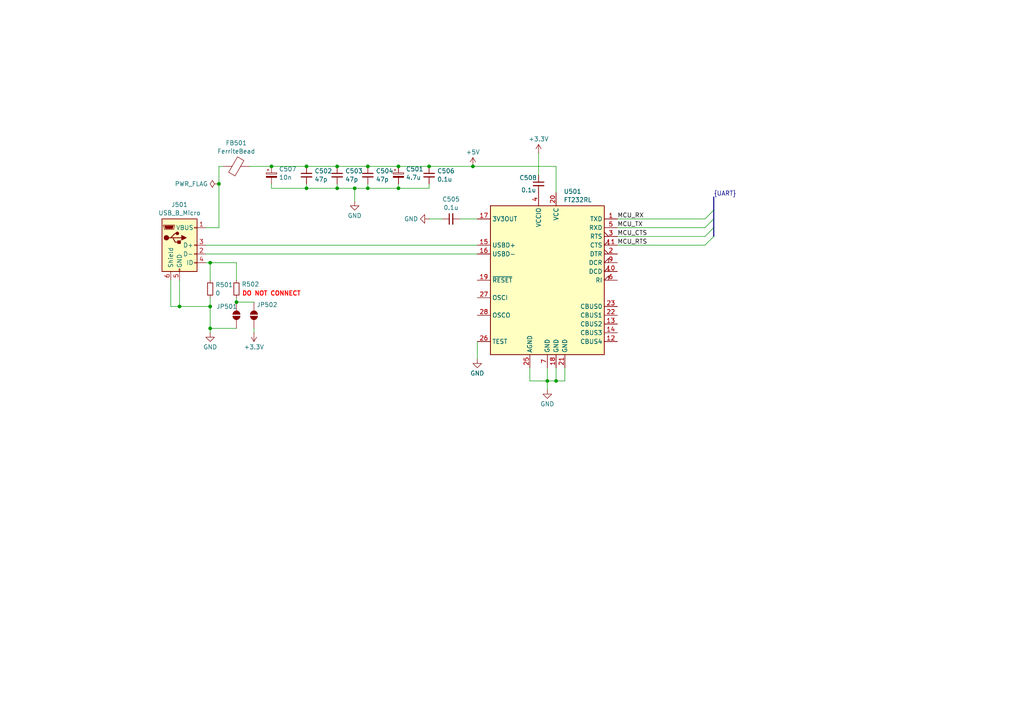
<source format=kicad_sch>
(kicad_sch (version 20231120) (generator "eeschema") (generator_version "8.0")
  (paper "A4")
  (lib_symbols
    (symbol "Connector:USB_B_Micro" (pin_names (offset 1.016))
      (property "Reference" "J" (at -5.08 11.43 0))
      (property "Value" "USB_B_Micro" (at -5.08 8.89 0))
      (symbol "USB_B_Micro_0_1"
        (rectangle (start -5.08 -7.62) (end 5.08 7.62) (stroke (width 0.254)) (fill (type background)))
        (circle (center -3.81 2.159) (radius 0.635) (stroke (width 0.254)) (fill (type outline)))
        (circle (center -0.635 3.429) (radius 0.381) (stroke (width 0.254)) (fill (type outline)))
        (rectangle (start -0.127 -7.62) (end 0.127 -6.858))
        (polyline (pts (xy -1.905 2.159) (xy 0.635 2.159)) (stroke (width 0.254)))
        (polyline (pts (xy -3.175 2.159) (xy -2.54 2.159) (xy -1.27 3.429) (xy -0.635 3.429)) (stroke (width 0.254)))
        (polyline (pts (xy -2.54 2.159) (xy -1.905 2.159) (xy -1.27 0.889) (xy 0 0.889)) (stroke (width 0.254)))
        (polyline (pts (xy 0.635 2.794) (xy 0.635 1.524) (xy 1.905 2.159) (xy 0.635 2.794)) (stroke (width 0.254)) (fill (type outline)))
        (polyline (pts (xy -4.318 5.588) (xy -1.778 5.588) (xy -2.032 4.826) (xy -4.064 4.826) (xy -4.318 5.588)) (fill (type outline)))
        (polyline (pts (xy -4.699 5.842) (xy -4.699 5.588) (xy -4.445 4.826) (xy -4.445 4.572) (xy -1.651 4.572) (xy -1.651 4.826) (xy -1.397 5.588) (xy -1.397 5.842) (xy -4.699 5.842)))
        (rectangle (start 0.254 1.27) (end -0.508 0.508) (stroke (width 0.254)) (fill (type outline)))
        (rectangle (start 5.08 -5.207) (end 4.318 -4.953))
        (rectangle (start 5.08 -2.667) (end 4.318 -2.413))
        (rectangle (start 5.08 -0.127) (end 4.318 0.127))
        (rectangle (start 5.08 4.953) (end 4.318 5.207))
      )
      (symbol "USB_B_Micro_1_1"
        (pin power_out line (at 7.62 5.08 180) (length 2.54) (name "VBUS") (number "1"))
        (pin bidirectional line (at 7.62 -2.54 180) (length 2.54) (name "D-") (number "2"))
        (pin bidirectional line (at 7.62 0 180) (length 2.54) (name "D+") (number "3"))
        (pin passive line (at 7.62 -5.08 180) (length 2.54) (name "ID") (number "4"))
        (pin power_out line (at 0 -10.16 90) (length 2.54) (name "GND") (number "5"))
        (pin passive line (at -2.54 -10.16 90) (length 2.54) (name "Shield") (number "6"))
      )
    )
    (symbol "Device:C_Polarized_Small" (pin_numbers hide) (pin_names (offset 0.254) hide)
      (property "Reference" "C" (at 0.254 1.778 0))
      (property "Value" "C_Polarized_Small" (at 0.254 -2.032 0))
      (symbol "C_Polarized_Small_0_1"
        (rectangle (start -1.524 -0.3048) (end 1.524 -0.6858) (fill (type outline)))
        (rectangle (start -1.524 0.6858) (end 1.524 0.3048))
        (polyline (pts (xy -1.27 1.524) (xy -0.762 1.524)))
        (polyline (pts (xy -1.016 1.27) (xy -1.016 1.778)))
      )
      (symbol "C_Polarized_Small_1_1"
        (pin passive line (at 0 2.54 270) (length 1.8542) (name "~") (number "1"))
        (pin passive line (at 0 -2.54 90) (length 1.8542) (name "~") (number "2"))
      )
    )
    (symbol "Device:C_Small" (pin_numbers hide) (pin_names (offset 0.254) hide)
      (property "Reference" "C" (at 0.254 1.778 0))
      (property "Value" "C_Small" (at 0.254 -2.032 0))
      (symbol "C_Small_0_1"
        (polyline (pts (xy -1.524 -0.508) (xy 1.524 -0.508)) (stroke (width 0.3302)))
        (polyline (pts (xy -1.524 0.508) (xy 1.524 0.508)) (stroke (width 0.3048)))
      )
      (symbol "C_Small_1_1"
        (pin passive line (at 0 2.54 270) (length 2.032) (name "~") (number "1"))
        (pin passive line (at 0 -2.54 90) (length 2.032) (name "~") (number "2"))
      )
    )
    (symbol "Device:FerriteBead" (pin_numbers hide) (pin_names (offset 0))
      (property "Reference" "FB" (at -3.81 0.635 90))
      (property "Value" "FerriteBead" (at 3.81 0 90))
      (symbol "FerriteBead_0_1"
        (polyline (pts (xy 0 -1.27) (xy 0 -1.2192)))
        (polyline (pts (xy 0 1.27) (xy 0 1.2954)))
        (polyline (pts (xy -2.7686 0.4064) (xy -1.7018 2.2606) (xy 2.7686 -0.3048) (xy 1.6764 -2.159) (xy -2.7686 0.4064)))
      )
      (symbol "FerriteBead_1_1"
        (pin passive line (at 0 3.81 270) (length 2.54) (name "~") (number "1"))
        (pin passive line (at 0 -3.81 90) (length 2.54) (name "~") (number "2"))
      )
    )
    (symbol "Device:R_Small" (pin_numbers hide) (pin_names (offset 0.254) hide)
      (property "Reference" "R" (at 0.762 0.508 0))
      (property "Value" "R_Small" (at 0.762 -1.016 0))
      (symbol "R_Small_0_1"
        (rectangle (start -0.762 1.778) (end 0.762 -1.778) (stroke (width 0.2032)))
      )
      (symbol "R_Small_1_1"
        (pin passive line (at 0 2.54 270) (length 0.762) (name "~") (number "1"))
        (pin passive line (at 0 -2.54 90) (length 0.762) (name "~") (number "2"))
      )
    )
    (symbol "Interface_USB:FT232RL"
      (property "Reference" "U" (at -16.51 22.86 0))
      (property "Value" "FT232RL" (at 10.16 22.86 0))
      (symbol "FT232RL_0_1"
        (rectangle (start -16.51 21.59) (end 16.51 -21.59) (stroke (width 0.254)) (fill (type background)))
      )
      (symbol "FT232RL_1_1"
        (pin output line (at 20.32 17.78 180) (length 3.81) (name "TXD") (number "1"))
        (pin input input_low (at 20.32 2.54 180) (length 3.81) (name "DCD") (number "10"))
        (pin input input_low (at 20.32 10.16 180) (length 3.81) (name "CTS") (number "11"))
        (pin bidirectional line (at 20.32 -17.78 180) (length 3.81) (name "CBUS4") (number "12"))
        (pin bidirectional line (at 20.32 -12.7 180) (length 3.81) (name "CBUS2") (number "13"))
        (pin bidirectional line (at 20.32 -15.24 180) (length 3.81) (name "CBUS3") (number "14"))
        (pin bidirectional line (at -20.32 10.16 0) (length 3.81) (name "USBD+") (number "15"))
        (pin bidirectional line (at -20.32 7.62 0) (length 3.81) (name "USBD-") (number "16"))
        (pin power_out line (at -20.32 17.78 0) (length 3.81) (name "3V3OUT") (number "17"))
        (pin power_in line (at 2.54 -25.4 90) (length 3.81) (name "GND") (number "18"))
        (pin input line (at -20.32 0 0) (length 3.81) (name "~{RESET}") (number "19"))
        (pin output output_low (at 20.32 7.62 180) (length 3.81) (name "DTR") (number "2"))
        (pin power_in line (at 2.54 25.4 270) (length 3.81) (name "VCC") (number "20"))
        (pin power_in line (at 5.08 -25.4 90) (length 3.81) (name "GND") (number "21"))
        (pin bidirectional line (at 20.32 -10.16 180) (length 3.81) (name "CBUS1") (number "22"))
        (pin bidirectional line (at 20.32 -7.62 180) (length 3.81) (name "CBUS0") (number "23"))
        (pin power_in line (at -5.08 -25.4 90) (length 3.81) (name "AGND") (number "25"))
        (pin input line (at -20.32 -17.78 0) (length 3.81) (name "TEST") (number "26"))
        (pin input line (at -20.32 -5.08 0) (length 3.81) (name "OSCI") (number "27"))
        (pin output line (at -20.32 -10.16 0) (length 3.81) (name "OSCO") (number "28"))
        (pin output output_low (at 20.32 12.7 180) (length 3.81) (name "RTS") (number "3"))
        (pin power_in line (at -2.54 25.4 270) (length 3.81) (name "VCCIO") (number "4"))
        (pin input line (at 20.32 15.24 180) (length 3.81) (name "RXD") (number "5"))
        (pin input input_low (at 20.32 0 180) (length 3.81) (name "RI") (number "6"))
        (pin power_in line (at 0 -25.4 90) (length 3.81) (name "GND") (number "7"))
        (pin input input_low (at 20.32 5.08 180) (length 3.81) (name "DCR") (number "9"))
      )
    )
    (symbol "Jumper:SolderJumper_2_Open" (pin_numbers hide) (pin_names (offset 0) hide) (exclude_from_sim yes) (in_bom no)
      (property "Reference" "JP" (at 0 2.032 0))
      (property "Value" "SolderJumper_2_Open" (at 0 -2.54 0))
      (symbol "SolderJumper_2_Open_0_1"
        (arc (start -0.254 1.016) (mid -1.2656 0) (end -0.254 -1.016))
        (arc (start -0.254 1.016) (mid -1.2656 0) (end -0.254 -1.016) (fill (type outline)))
        (polyline (pts (xy -0.254 1.016) (xy -0.254 -1.016)))
        (polyline (pts (xy 0.254 1.016) (xy 0.254 -1.016)))
        (arc (start 0.254 -1.016) (mid 1.2656 0) (end 0.254 1.016))
        (arc (start 0.254 -1.016) (mid 1.2656 0) (end 0.254 1.016) (fill (type outline)))
      )
      (symbol "SolderJumper_2_Open_1_1"
        (pin passive line (at -3.81 0 0) (length 2.54) (name "A") (number "1"))
        (pin passive line (at 3.81 0 180) (length 2.54) (name "B") (number "2"))
      )
    )
    (symbol "power:+3.3V" (power) (pin_numbers hide) (pin_names (offset 0) hide)
      (property "Value" "+3.3V" (at 0 3.556 0))
      (symbol "+3.3V_0_1"
        (polyline (pts (xy -0.762 1.27) (xy 0 2.54)))
        (polyline (pts (xy 0 0) (xy 0 2.54)))
        (polyline (pts (xy 0 2.54) (xy 0.762 1.27)))
      )
      (symbol "+3.3V_1_1"
        (pin power_in line (at 0 0 90) (length 0) (name "~") (number "1"))
      )
    )
    (symbol "power:+5V" (power) (pin_numbers hide) (pin_names (offset 0) hide)
      (property "Value" "+5V" (at 0 3.556 0))
      (symbol "+5V_0_1"
        (polyline (pts (xy -0.762 1.27) (xy 0 2.54)))
        (polyline (pts (xy 0 0) (xy 0 2.54)))
        (polyline (pts (xy 0 2.54) (xy 0.762 1.27)))
      )
      (symbol "+5V_1_1"
        (pin power_in line (at 0 0 90) (length 0) (name "~") (number "1"))
      )
    )
    (symbol "power:GND" (power) (pin_numbers hide) (pin_names (offset 0) hide)
      (property "Value" "GND" (at 0 -3.81 0))
      (symbol "GND_0_1"
        (polyline (pts (xy 0 0) (xy 0 -1.27) (xy 1.27 -1.27) (xy 0 -2.54) (xy -1.27 -1.27) (xy 0 -1.27)))
      )
      (symbol "GND_1_1"
        (pin power_in line (at 0 0 270) (length 0) (name "~") (number "1"))
      )
    )
    (symbol "power:PWR_FLAG" (power) (pin_numbers hide) (pin_names (offset 0) hide)
      (property "Value" "PWR_FLAG" (at 0 3.81 0))
      (symbol "PWR_FLAG_0_0"
        (pin power_out line (at 0 0 90) (length 0) (name "~") (number "1"))
      )
      (symbol "PWR_FLAG_0_1"
        (polyline (pts (xy 0 0) (xy 0 1.27) (xy -1.016 1.905) (xy 0 2.54) (xy 1.016 1.905) (xy 0 1.27)))
      )
    )
  )
  (junction (at 60.96 95.25))
  (junction (at 97.79 54.61))
  (junction (at 88.9 54.61))
  (junction (at 97.79 48.26))
  (junction (at 60.96 76.2))
  (junction (at 124.46 48.26))
  (junction (at 106.68 48.26))
  (junction (at 88.9 48.26))
  (junction (at 60.96 88.9))
  (junction (at 115.57 48.26))
  (junction (at 106.68 54.61))
  (junction (at 158.75 110.49))
  (junction (at 137.16 48.26))
  (junction (at 115.57 54.61))
  (junction (at 68.58 87.63))
  (junction (at 78.74 48.26))
  (junction (at 102.87 54.61))
  (junction (at 52.07 88.9))
  (junction (at 63.5 53.34))
  (junction (at 161.29 110.49))
  (bus_entry (at 207.01 66.04) (size -2.54 2.54))
  (bus_entry (at 207.01 60.96) (size -2.54 2.54))
  (bus_entry (at 207.01 68.58) (size -2.54 2.54))
  (bus_entry (at 207.01 63.5) (size -2.54 2.54))
  (wire (pts (xy 68.58 87.63) (xy 73.66 87.63)))
  (wire (pts (xy 60.96 95.25) (xy 68.58 95.25)))
  (wire (pts (xy 88.9 48.26) (xy 97.79 48.26)))
  (wire (pts (xy 133.35 63.5) (xy 138.43 63.5)))
  (wire (pts (xy 49.53 81.28) (xy 49.53 88.9)))
  (wire (pts (xy 63.5 66.04) (xy 59.69 66.04)))
  (wire (pts (xy 161.29 110.49) (xy 163.83 110.49)))
  (wire (pts (xy 88.9 53.34) (xy 88.9 54.61)))
  (wire (pts (xy 60.96 81.28) (xy 60.96 76.2)))
  (wire (pts (xy 73.66 95.25) (xy 73.66 96.52)))
  (wire (pts (xy 78.74 53.34) (xy 78.74 54.61)))
  (wire (pts (xy 163.83 110.49) (xy 163.83 106.68)))
  (wire (pts (xy 97.79 54.61) (xy 102.87 54.61)))
  (wire (pts (xy 153.67 106.68) (xy 153.67 110.49)))
  (wire (pts (xy 63.5 48.26) (xy 63.5 53.34)))
  (wire (pts (xy 124.46 48.26) (xy 137.16 48.26)))
  (wire (pts (xy 115.57 48.26) (xy 124.46 48.26)))
  (wire (pts (xy 59.69 71.12) (xy 138.43 71.12)))
  (wire (pts (xy 52.07 81.28) (xy 52.07 88.9)))
  (wire (pts (xy 156.21 44.45) (xy 156.21 50.8)))
  (wire (pts (xy 204.47 63.5) (xy 179.07 63.5)))
  (wire (pts (xy 60.96 76.2) (xy 59.69 76.2)))
  (bus (pts (xy 207.01 60.96) (xy 207.01 63.5)))
  (wire (pts (xy 106.68 54.61) (xy 115.57 54.61)))
  (wire (pts (xy 204.47 66.04) (xy 179.07 66.04)))
  (wire (pts (xy 52.07 88.9) (xy 60.96 88.9)))
  (wire (pts (xy 60.96 88.9) (xy 60.96 95.25)))
  (wire (pts (xy 106.68 48.26) (xy 115.57 48.26)))
  (wire (pts (xy 161.29 106.68) (xy 161.29 110.49)))
  (wire (pts (xy 68.58 87.63) (xy 68.58 86.36)))
  (wire (pts (xy 106.68 53.34) (xy 106.68 54.61)))
  (wire (pts (xy 204.47 68.58) (xy 179.07 68.58)))
  (wire (pts (xy 102.87 54.61) (xy 102.87 58.42)))
  (wire (pts (xy 60.96 86.36) (xy 60.96 88.9)))
  (wire (pts (xy 115.57 54.61) (xy 124.46 54.61)))
  (wire (pts (xy 158.75 106.68) (xy 158.75 110.49)))
  (wire (pts (xy 115.57 53.34) (xy 115.57 54.61)))
  (bus (pts (xy 207.01 57.15) (xy 207.01 60.96)))
  (wire (pts (xy 204.47 71.12) (xy 179.07 71.12)))
  (wire (pts (xy 59.69 73.66) (xy 138.43 73.66)))
  (wire (pts (xy 158.75 110.49) (xy 158.75 113.03)))
  (bus (pts (xy 207.01 63.5) (xy 207.01 66.04)))
  (wire (pts (xy 102.87 54.61) (xy 106.68 54.61)))
  (wire (pts (xy 72.39 48.26) (xy 78.74 48.26)))
  (wire (pts (xy 68.58 81.28) (xy 68.58 76.2)))
  (wire (pts (xy 78.74 48.26) (xy 88.9 48.26)))
  (bus (pts (xy 207.01 66.04) (xy 207.01 68.58)))
  (wire (pts (xy 153.67 110.49) (xy 158.75 110.49)))
  (wire (pts (xy 124.46 63.5) (xy 128.27 63.5)))
  (wire (pts (xy 161.29 48.26) (xy 161.29 55.88)))
  (wire (pts (xy 60.96 95.25) (xy 60.96 96.52)))
  (wire (pts (xy 88.9 54.61) (xy 97.79 54.61)))
  (wire (pts (xy 124.46 54.61) (xy 124.46 53.34)))
  (wire (pts (xy 97.79 48.26) (xy 106.68 48.26)))
  (wire (pts (xy 63.5 48.26) (xy 64.77 48.26)))
  (wire (pts (xy 49.53 88.9) (xy 52.07 88.9)))
  (wire (pts (xy 158.75 110.49) (xy 161.29 110.49)))
  (wire (pts (xy 63.5 53.34) (xy 63.5 66.04)))
  (wire (pts (xy 68.58 76.2) (xy 60.96 76.2)))
  (wire (pts (xy 78.74 54.61) (xy 88.9 54.61)))
  (wire (pts (xy 137.16 48.26) (xy 161.29 48.26)))
  (wire (pts (xy 97.79 53.34) (xy 97.79 54.61)))
  (wire (pts (xy 138.43 99.06) (xy 138.43 104.14)))
  (label "{UART}" (at 207.01 57.15 0))
  (label "MCU_RTS" (at 179.07 71.12 0))
  (label "MCU_CTS" (at 179.07 68.58 0))
  (label "MCU_TX" (at 179.07 66.04 0))
  (label "MCU_RX" (at 179.07 63.5 0))
  (symbol (lib_id "Device:C_Small") (at 124.46 50.8 0) (unit 1)
    (property "Reference" "C506" (at 126.7841 49.5941 0) (effects (justify left)))
    (property "Value" "0.1u" (at 126.7841 52.0184 0) (effects (justify left)))
    (property "Description" "Unpolarized capacitor, small symbol" (effects (hide yes)))
  )
  (symbol (lib_id "power:+3.3V") (at 73.66 96.52 180) (unit 1)
    (property "Reference" "#PWR0504" (effects (hide yes)))
    (property "Value" "+3.3V" (at 73.66 100.6531 0))
    (property "Description" "Power symbol creates a global label with name \"+3.3V\"" (effects (hide yes)))
  )
  (symbol (lib_id "Jumper:SolderJumper_2_Open") (at 73.66 91.44 90) (unit 1) (exclude_from_sim yes) (in_bom no)
    (property "Reference" "JP502" (at 74.422 88.392 90) (effects (justify right)))
    (property "Value" "SolderJumper_2_Open" (effects (hide yes)))
    (property "Description" "Solder Jumper, 2-pole, open" (effects (hide yes)))
  )
  (symbol (lib_id "Device:C_Polarized_Small") (at 115.57 50.8 0) (unit 1)
    (property "Reference" "C501" (at 117.729 49.0417 0) (effects (justify left)))
    (property "Value" "4.7u" (at 117.729 51.466 0) (effects (justify left)))
    (property "Description" "Polarized capacitor, small symbol" (effects (hide yes)))
  )
  (symbol (lib_id "power:+3.3V") (at 156.21 44.45 0) (unit 1)
    (property "Reference" "#PWR0506" (effects (hide yes)))
    (property "Value" "+3.3V" (at 156.21 40.3169 0))
    (property "Description" "Power symbol creates a global label with name \"+3.3V\"" (effects (hide yes)))
  )
  (symbol (lib_id "Device:C_Small") (at 88.9 50.8 0) (unit 1)
    (property "Reference" "C502" (at 91.2241 49.5941 0) (effects (justify left)))
    (property "Value" "47p" (at 91.2241 52.0184 0) (effects (justify left)))
    (property "Description" "Unpolarized capacitor, small symbol" (effects (hide yes)))
  )
  (symbol (lib_id "power:GND") (at 138.43 104.14 0) (unit 1)
    (property "Reference" "#PWR0502" (effects (hide yes)))
    (property "Value" "GND" (at 138.43 108.2731 0))
    (property "Description" "Power symbol creates a global label with name \"GND\" , ground" (effects (hide yes)))
  )
  (symbol (lib_id "Device:C_Small") (at 106.68 50.8 0) (unit 1)
    (property "Reference" "C504" (at 109.0041 49.5941 0) (effects (justify left)))
    (property "Value" "47p" (at 109.0041 52.0184 0) (effects (justify left)))
    (property "Description" "Unpolarized capacitor, small symbol" (effects (hide yes)))
  )
  (symbol (lib_id "Device:FerriteBead") (at 68.58 48.26 90) (unit 1)
    (property "Reference" "FB501" (at 68.5292 41.4739 90))
    (property "Value" "FerriteBead" (at 68.5292 43.8982 90))
    (property "Description" "Ferrite bead" (effects (hide yes)))
  )
  (symbol (lib_id "Interface_USB:FT232RL") (at 158.75 81.28 0) (unit 1)
    (property "Reference" "U501" (at 163.4841 55.5455 0) (effects (justify left)))
    (property "Value" "FT232RL" (at 163.4841 57.9698 0) (effects (justify left)))
    (property "Footprint" "Package_SO:SSOP-28_5.3x10.2mm_P0.65mm" (effects (hide yes)))
    (property "Datasheet" "https://www.mouser.ch/ProductDetail/FTDI/FT232RNL-REEL?qs=By6Nw2ByBD3LSfXryh9qRQ%3D%3D" (effects (hide yes)))
    (property "Description" "USB to Serial Interface, SSOP-28" (effects (hide yes)))
  )
  (symbol (lib_id "Device:C_Small") (at 97.79 50.8 0) (unit 1)
    (property "Reference" "C503" (at 100.1141 49.5941 0) (effects (justify left)))
    (property "Value" "47p" (at 100.1141 52.0184 0) (effects (justify left)))
    (property "Description" "Unpolarized capacitor, small symbol" (effects (hide yes)))
  )
  (symbol (lib_id "Device:C_Polarized_Small") (at 78.74 50.8 0) (unit 1)
    (property "Reference" "C507" (at 80.899 49.0417 0) (effects (justify left)))
    (property "Value" "10n" (at 80.899 51.466 0) (effects (justify left)))
    (property "Description" "Polarized capacitor, small symbol" (effects (hide yes)))
  )
  (symbol (lib_id "power:GND") (at 102.87 58.42 0) (unit 1)
    (property "Reference" "#PWR0505" (effects (hide yes)))
    (property "Value" "GND" (at 102.87 62.5531 0))
    (property "Description" "Power symbol creates a global label with name \"GND\" , ground" (effects (hide yes)))
  )
  (symbol (lib_id "Device:C_Small") (at 156.21 53.34 0) (unit 1)
    (property "Reference" "C508" (at 150.622 51.562 0) (effects (justify left)))
    (property "Value" "0.1u" (at 151.13 55.118 0) (effects (justify left)))
    (property "Description" "Unpolarized capacitor, small symbol" (effects (hide yes)))
  )
  (symbol (lib_id "power:GND") (at 158.75 113.03 0) (unit 1)
    (property "Reference" "#PWR0501" (effects (hide yes)))
    (property "Value" "GND" (at 158.75 117.1631 0))
    (property "Description" "Power symbol creates a global label with name \"GND\" , ground" (effects (hide yes)))
  )
  (symbol (lib_id "power:GND") (at 124.46 63.5 270) (unit 1)
    (property "Reference" "#PWR0507" (effects (hide yes)))
    (property "Value" "GND" (at 121.2851 63.5 90) (effects (justify right)))
    (property "Description" "Power symbol creates a global label with name \"GND\" , ground" (effects (hide yes)))
  )
  (symbol (lib_id "power:PWR_FLAG") (at 63.5 53.34 90) (unit 1)
    (property "Reference" "#FLG0501" (effects (hide yes)))
    (property "Value" "PWR_FLAG" (at 60.3251 53.34 90) (effects (justify left)))
    (property "Description" "Special symbol for telling ERC where power comes from" (effects (hide yes)))
  )
  (symbol (lib_id "Device:R_Small") (at 60.96 83.82 0) (unit 1)
    (property "Reference" "R501" (at 62.4586 82.6078 0) (effects (justify left)))
    (property "Value" "0" (at 62.4586 85.0321 0) (effects (justify left)))
    (property "Description" "Resistor, small symbol" (effects (hide yes)))
  )
  (symbol (lib_id "power:GND") (at 60.96 96.52 0) (unit 1)
    (property "Reference" "#PWR0503" (effects (hide yes)))
    (property "Value" "GND" (at 60.96 100.6531 0))
    (property "Description" "Power symbol creates a global label with name \"GND\" , ground" (effects (hide yes)))
  )
  (symbol (lib_id "Connector:USB_B_Micro") (at 52.07 71.12 0) (unit 1)
    (property "Reference" "J501" (at 52.07 59.3555 0))
    (property "Value" "USB_B_Micro" (at 52.07 61.7798 0))
    (property "Description" "USB Micro Type B connector" (effects (hide yes)))
  )
  (symbol (lib_id "Device:R_Small") (at 68.58 83.82 0) (unit 1)
    (property "Reference" "R502" (at 70.0786 82.4408 0) (effects (justify left)))
    (property "Value" "DO NOT CONNECT" (at 70.0786 85.0322 0) (effects (font (thickness 0.254) (bold yes)) (justify left)))
    (property "Description" "Resistor, small symbol" (effects (hide yes)))
  )
  (symbol (lib_id "Device:C_Small") (at 130.81 63.5 90) (unit 1)
    (property "Reference" "C505" (at 130.8163 57.7934 90))
    (property "Value" "0.1u" (at 130.8163 60.2177 90))
    (property "Description" "Unpolarized capacitor, small symbol" (effects (hide yes)))
  )
  (symbol (lib_id "Jumper:SolderJumper_2_Open") (at 68.58 91.44 90) (unit 1) (exclude_from_sim yes) (in_bom no)
    (property "Reference" "JP501" (at 62.738 88.9 90) (effects (justify right)))
    (property "Value" "SolderJumper_2_Open" (effects (hide yes)))
    (property "Description" "Solder Jumper, 2-pole, open" (effects (hide yes)))
  )
  (symbol (lib_id "power:+5V") (at 137.16 48.26 0) (unit 1)
    (property "Reference" "#PWR0508" (effects (hide yes)))
    (property "Value" "+5V" (at 137.16 44.1269 0))
    (property "Description" "Power symbol creates a global label with name \"+5V\"" (effects (hide yes)))
  )
)
</source>
